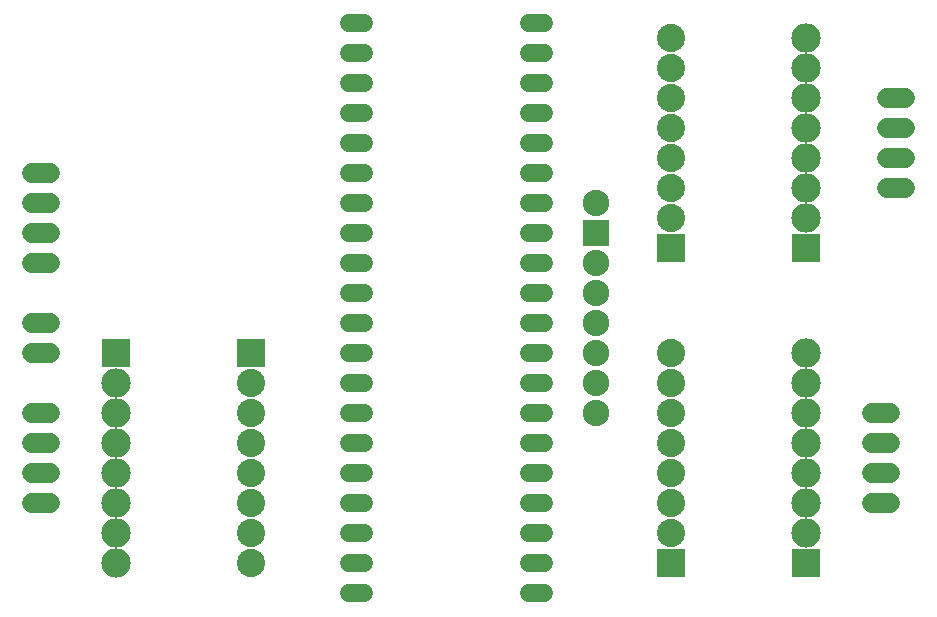
<source format=gbr>
G04 EAGLE Gerber RS-274X export*
G75*
%MOMM*%
%FSLAX34Y34*%
%LPD*%
%INSoldermask Top*%
%IPPOS*%
%AMOC8*
5,1,8,0,0,1.08239X$1,22.5*%
G01*
%ADD10C,1.711200*%
%ADD11R,2.387600X2.387600*%
%ADD12C,2.387600*%
%ADD13R,2.489200X2.489200*%
%ADD14C,2.489200*%
%ADD15C,1.511200*%
%ADD16C,2.235200*%
%ADD17R,2.235200X2.235200*%


D10*
X109140Y139700D02*
X94060Y139700D01*
X94060Y165100D02*
X109140Y165100D01*
X109140Y215900D02*
X94060Y215900D01*
X94060Y190500D02*
X109140Y190500D01*
X817960Y482600D02*
X833040Y482600D01*
X833040Y457200D02*
X817960Y457200D01*
X817960Y406400D02*
X833040Y406400D01*
X833040Y431800D02*
X817960Y431800D01*
X820340Y215900D02*
X805260Y215900D01*
X805260Y190500D02*
X820340Y190500D01*
X820340Y139700D02*
X805260Y139700D01*
X805260Y165100D02*
X820340Y165100D01*
D11*
X279400Y266700D03*
D12*
X279400Y241300D03*
X279400Y215900D03*
X279400Y190500D03*
X279400Y165100D03*
X279400Y139700D03*
X279400Y114300D03*
X279400Y88900D03*
D13*
X165100Y266700D03*
D14*
X165100Y241300D03*
X165100Y215900D03*
X165100Y190500D03*
X165100Y165100D03*
X165100Y139700D03*
X165100Y114300D03*
X165100Y88900D03*
D11*
X635000Y88900D03*
D12*
X635000Y114300D03*
X635000Y139700D03*
X635000Y165100D03*
X635000Y190500D03*
X635000Y215900D03*
X635000Y241300D03*
X635000Y266700D03*
D13*
X749300Y88900D03*
D14*
X749300Y114300D03*
X749300Y139700D03*
X749300Y165100D03*
X749300Y190500D03*
X749300Y215900D03*
X749300Y241300D03*
X749300Y266700D03*
D11*
X635000Y355600D03*
D12*
X635000Y381000D03*
X635000Y406400D03*
X635000Y431800D03*
X635000Y457200D03*
X635000Y482600D03*
X635000Y508000D03*
X635000Y533400D03*
D13*
X749300Y355600D03*
D14*
X749300Y381000D03*
X749300Y406400D03*
X749300Y431800D03*
X749300Y457200D03*
X749300Y482600D03*
X749300Y508000D03*
X749300Y533400D03*
D15*
X374840Y546100D02*
X361760Y546100D01*
X361760Y520700D02*
X374840Y520700D01*
X374840Y495300D02*
X361760Y495300D01*
X361760Y469900D02*
X374840Y469900D01*
X374840Y444500D02*
X361760Y444500D01*
X361760Y419100D02*
X374840Y419100D01*
X374840Y393700D02*
X361760Y393700D01*
X361760Y368300D02*
X374840Y368300D01*
X374840Y342900D02*
X361760Y342900D01*
X361760Y317500D02*
X374840Y317500D01*
X374840Y292100D02*
X361760Y292100D01*
X361760Y266700D02*
X374840Y266700D01*
X374840Y241300D02*
X361760Y241300D01*
X361760Y215900D02*
X374840Y215900D01*
X374840Y190500D02*
X361760Y190500D01*
X361760Y165100D02*
X374840Y165100D01*
X374840Y139700D02*
X361760Y139700D01*
X361760Y114300D02*
X374840Y114300D01*
X374840Y88900D02*
X361760Y88900D01*
X361760Y63500D02*
X374840Y63500D01*
X514160Y546100D02*
X527240Y546100D01*
X527240Y520700D02*
X514160Y520700D01*
X514160Y495300D02*
X527240Y495300D01*
X527240Y469900D02*
X514160Y469900D01*
X514160Y444500D02*
X527240Y444500D01*
X527240Y419100D02*
X514160Y419100D01*
X514160Y393700D02*
X527240Y393700D01*
X527240Y368300D02*
X514160Y368300D01*
X514160Y342900D02*
X527240Y342900D01*
X527240Y317500D02*
X514160Y317500D01*
X514160Y292100D02*
X527240Y292100D01*
X527240Y266700D02*
X514160Y266700D01*
X514160Y241300D02*
X527240Y241300D01*
X527240Y215900D02*
X514160Y215900D01*
X514160Y190500D02*
X527240Y190500D01*
X527240Y165100D02*
X514160Y165100D01*
X514160Y139700D02*
X527240Y139700D01*
X527240Y114300D02*
X514160Y114300D01*
X514160Y88900D02*
X527240Y88900D01*
X527240Y63500D02*
X514160Y63500D01*
D16*
X571500Y215900D03*
X571500Y241300D03*
X571500Y266700D03*
X571500Y292100D03*
X571500Y317500D03*
X571500Y342900D03*
D17*
X571500Y368300D03*
D16*
X571500Y393700D03*
D10*
X109140Y292100D02*
X94060Y292100D01*
X94060Y266700D02*
X109140Y266700D01*
X109140Y342900D02*
X94060Y342900D01*
X94060Y368300D02*
X109140Y368300D01*
X109140Y393700D02*
X94060Y393700D01*
X94060Y419100D02*
X109140Y419100D01*
M02*

</source>
